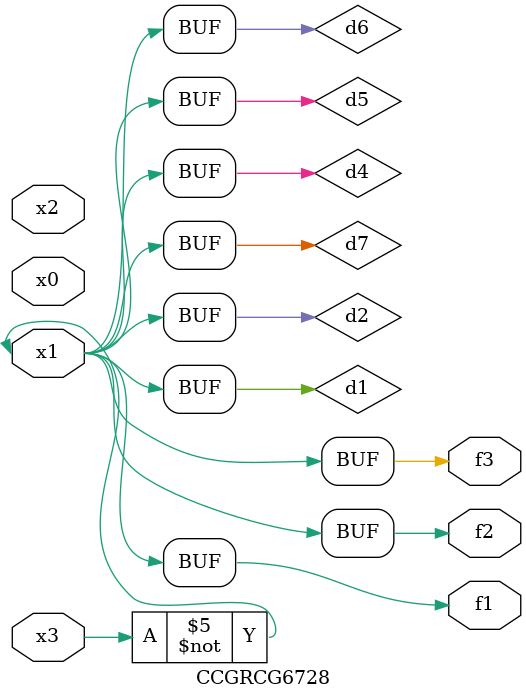
<source format=v>
module CCGRCG6728(
	input x0, x1, x2, x3,
	output f1, f2, f3
);

	wire d1, d2, d3, d4, d5, d6, d7;

	not (d1, x3);
	buf (d2, x1);
	xnor (d3, d1, d2);
	nor (d4, d1);
	buf (d5, d1, d2);
	buf (d6, d4, d5);
	nand (d7, d4);
	assign f1 = d6;
	assign f2 = d7;
	assign f3 = d6;
endmodule

</source>
